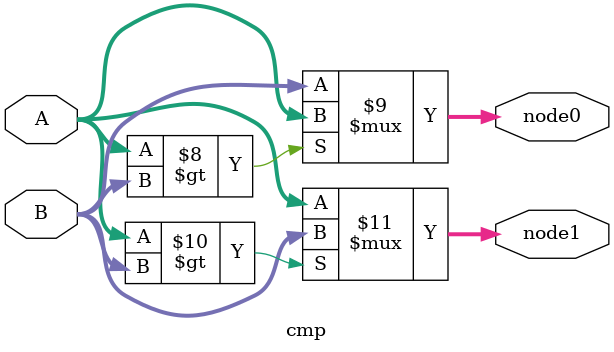
<source format=v>
module ESCAPE(
    //Input Port
    clk,
    rst_n,
    in_valid1,
    in_valid2,
    in,
    in_data,
    //Output Port
    out_valid1,
    out_valid2,
    out,
    out_data
);

//==================INPUT OUTPUT==================//
input clk, rst_n, in_valid1, in_valid2;
input [1:0] in;
input [8:0] in_data;    
output reg	out_valid1, out_valid2;
output reg [2:0] out;
output reg [8:0] out_data;
//==================PARAMETER==================//    
parameter IDLE    = 3'd0;
parameter INPUT = 3'd1;
parameter WALKING = 3'd2;
parameter WAITING = 3'd3;
parameter WALKING2 = 3'd4;
parameter OUTPUT = 3'd5;


parameter WALL = 0;
parameter PATH = 1;
parameter TRAP = 2;
parameter HOSTAGE = 3;
parameter VISITED_NORMAL = 4;
parameter VISITED_TRAP = 5;


parameter HEIGHT = 17;
parameter WIDTH = 17;


parameter RIGHT = 0;
parameter DOWN = 1;
parameter LEFT = 2;
parameter UP = 3;
parameter STALL = 4;
parameter BACKWARD = 5;
parameter STACK_SIZE=289;
integer i,j;
//==================Register==================//
reg [3:0]next_state, current_state;
reg [2:0]map[16:0][16:0];
reg [4:0]map_input_idx1;
reg [4:0]map_input_idx2;
reg signed[5:0]pos_x,pos_y;
reg [2:0]stack_1[0:STACK_SIZE-1];  //top of stack always valid unless no data
reg [7:0]stack_1_top_idx;
reg [2:0]max_host;
reg [2:0]host_count;
reg [2:0]password_idx;
reg signed[8:0]password[3:0];
reg cleaned;
reg [2:0]count;
reg saved;
reg [2:0]out_tmp_idx;

wire [2:0]current_up,current_down,current_left,current_right;
wire left_ok,up_ok,right_ok,down_ok;
wire [2:0]next_direction; 
wire [2:0]stack_top_value;
wire signed[1:0]next_x_displace,next_y_displace;
wire [1:0]next_direction_inverse;
wire no_new_road;
wire traped;
wire [2:0]current_pos_type;
wire next_is_host;
wire [4:0]next_pos_x,next_pos_y;
wire next_is_end;
wire [8:0]out_tmp[3:0];
wire find_all_hostage;
wire at_end;

//============================================//    
//==================Design==================//


// ===============================================================
// Finite State Machine
// ===============================================================

// Current State
always @(posedge clk or negedge rst_n) 
begin
    if (!rst_n) current_state <= IDLE;
    else        current_state <= next_state;
end

// Next State
always @(*) 
begin
    if (!rst_n) next_state = IDLE;
    else begin
        case (current_state)
            IDLE: 
                if (in_valid1) next_state = INPUT;
                else next_state = current_state;
			INPUT:
				if (!in_valid1) next_state = WALKING;
                else next_state = current_state;
			WALKING:
				if (next_is_host && !traped) next_state = WAITING;
				else if(find_all_hostage && next_is_end)next_state = OUTPUT;
                else next_state = current_state;
			WAITING:
				if (in_valid2) next_state = WALKING;
                else next_state = current_state;
			OUTPUT:
				if (count==3&&(out_tmp_idx==max_host-1||max_host==0)) next_state = IDLE;
                else next_state = current_state;
			default: next_state = current_state;
        endcase
    end
end


////////////////////////////////////////////////
//design////////////////////////////////////////


///////////////////////////////////////////////
////start input

assign at_end = (pos_x==16&&pos_y==16);
assign current_up=(pos_y==0?WALL:map[pos_y-1][pos_x]);
assign current_down=(pos_y==HEIGHT-1?WALL:map[pos_y+1][pos_x]);
assign current_left=(pos_x==0?WALL:map[pos_y][pos_x-1]);
assign current_right=(pos_x==WIDTH-1?WALL:map[pos_y][pos_x+1]);


assign left_ok = (current_left==PATH ||current_left==TRAP ||current_left==HOSTAGE);
assign up_ok   = (current_up==PATH||current_up==TRAP||current_up==HOSTAGE);
assign right_ok= (current_right==PATH||current_right==TRAP||current_right==HOSTAGE);
assign down_ok = (current_down==PATH||current_down==TRAP||current_down==HOSTAGE);

assign stack_top_value = stack_1[stack_1_top_idx-1];
assign next_direction = (find_all_hostage?
	(right_ok ? RIGHT : down_ok ? DOWN : left_ok ? LEFT : up_ok ? UP : stack_top_value):
	(left_ok ? LEFT : up_ok ? UP : right_ok ? RIGHT : down_ok ? DOWN : stack_top_value));

assign next_x_displace =  (next_direction==LEFT ?-1:next_direction==RIGHT ? 1:0);
assign next_y_displace =  (next_direction==UP   ?-1:next_direction==DOWN  ? 1:0);

assign next_pos_x = next_x_displace + pos_x;
assign next_pos_y = next_y_displace + pos_y;

assign no_new_road = (!(left_ok||right_ok||up_ok||down_ok));

assign next_direction_inverse = (next_direction==LEFT?RIGHT:next_direction==RIGHT?
				LEFT:next_direction==UP?DOWN:next_direction==DOWN?UP:3'bx);
assign current_pos_type = map[pos_y][pos_x];
assign next_is_host = map[next_pos_y][next_pos_x] == HOSTAGE;
assign traped = (current_pos_type == TRAP || current_pos_type == VISITED_TRAP)&&!saved;
assign find_all_hostage = max_host == host_count;
assign next_is_end = (pos_x == 16 && pos_y == 16);

wire test_t;
assign test_t =(current_pos_type == TRAP || current_pos_type == VISITED_TRAP);


always @(posedge clk or negedge rst_n)
begin
	if(!rst_n)begin
		host_count<=0;
	end 
	else begin
		if(current_state==IDLE)begin
			host_count<=0;
		end
		else
		begin
			if(next_is_host && (!traped))
				host_count<=host_count+1;	
		end
	end
end	

always @(posedge clk or negedge rst_n)
begin
	if(!rst_n)begin
		map_input_idx1 <=0;
		map_input_idx2 <=0;
		for(i=0;i<17;i=i+1)begin
			for(j=0;j<17;j=j+1)begin
				map[i][j]<=0;
			end
		end
		max_host<=0;
		cleaned<=0;
	end
	else
	begin		
		if(in_valid1)
		begin
			if(map_input_idx1==16)begin
				map_input_idx1<=0;
				map_input_idx2<=map_input_idx2+1;
			end
			else begin
				map_input_idx1<=map_input_idx1+1;
			end
			map[map_input_idx2][map_input_idx1] <= in;
			if(in==HOSTAGE)max_host<=max_host+1;
		end
		else if(current_state==WALKING)begin
			if(find_all_hostage && !cleaned)begin
				cleaned<=1;
				for(i=0;i<17;i=i+1)
					for(j=0;j<17;j=j+1)
						if(map[i][j]==VISITED_TRAP)map[i][j]<=TRAP;
						else if(map[i][j]==VISITED_NORMAL||map[i][j]==HOSTAGE)map[i][j]<=PATH;
			end
			else begin
				if(current_pos_type==TRAP ||current_pos_type==VISITED_TRAP)
					map[pos_y][pos_x]<=VISITED_TRAP;
				else
					map[pos_y][pos_x]<=VISITED_NORMAL;
			end
		end
		else if(current_state==IDLE)begin
			map_input_idx1<=0;
			map_input_idx2<=0;
			max_host<=0;
			cleaned<=0;
		end
	end
end

//////////////////////////////////////////////////////////////
//output with map[17][17]
//start rescue
always @(posedge clk or negedge rst_n)
begin
	if(!rst_n)begin
		pos_x<=0;
		pos_y<=0;
		saved<=0;
	end
	else
	begin	
		
		if(traped)saved<=1;
		if(current_state==WALKING && (!traped||saved) &&!(at_end&&find_all_hostage))begin
			saved<=0;
			pos_x<=next_pos_x;
			pos_y<=next_pos_y;
		end
		if(current_state==IDLE)begin
			pos_x<=0;
			pos_y<=0;
		end
	end
end



always @(posedge clk or negedge rst_n)
begin
	if(!rst_n)begin
		stack_1_top_idx<=0;
		for(i=0;i<STACK_SIZE;i=i+1)
			stack_1[i]<=0;
	end
	else
	begin	
		//print;
		if(current_state==IDLE)begin
			stack_1_top_idx<=0;
		end
		else if(current_state== WALKING &&!traped)begin
			if(no_new_road)begin
				stack_1_top_idx<=stack_1_top_idx-1;
			end
			else begin
				stack_1_top_idx<=stack_1_top_idx+1;
				stack_1[stack_1_top_idx]<=next_direction_inverse;			
			end	
		end
	end
end

always @(posedge clk or negedge rst_n)
begin
	if(!rst_n)begin
		out<=0;
		out_valid2<=0;
	end
	else
	begin
		if(current_state==WALKING && !(find_all_hostage&&at_end))begin
			out_valid2<=1;
			if(traped)
				out<=STALL;
			else 
				out<=next_direction;
		end
		else begin 
			out<=0;
			out_valid2<=0;
		end
	end
end


always @(posedge clk or negedge rst_n)begin
	if(!rst_n)begin
		out_data<=0;
		out_tmp_idx<=0;
		out_valid1<=0;
		count<=0;
	end
	else
	begin
		if(current_state==OUTPUT && count==3)begin
			out_valid1<=1;
			out_data<=out_tmp[out_tmp_idx];
			out_tmp_idx<=out_tmp_idx+1;
			
		end
		else if(current_state==OUTPUT && count<3)begin
			count<=count+1;
		end
		else if(current_state==IDLE)begin
			out_tmp_idx<=0;
			out_valid1<=0;
			out_data<=0;
			count<=0;
		end
	end
end
always @(posedge clk or negedge rst_n)
begin
	if(!rst_n)begin
		password_idx<=0;
		for(i=0;i<4;i=i+1)
			password[i]<=-256;
	end
	else
	begin
		if(in_valid2)begin
			password_idx<=password_idx+1;
			password[password_idx]<=in_data;
		end
		else if(current_state==IDLE)begin
			password_idx<=0;
			for(i=0;i<4;i=i+1)
				password[i]<=-256;
		end
	end
end

CC CC1(clk,rst_n,password[0],password[1],password[2],password[3],max_host,out_tmp[0],out_tmp[1],out_tmp[2],out_tmp[3]);

/*
task print;begin
	$display("/////////////////////////////////////////////////////");
	$display("DESIGN:");
	for(i=0;i<stack_1_top_idx;i=i+1)
		$write(stack_1[i]);
	$display("");
	for(i=0;i<17;i=i+1)begin
		for(j=0;j<17;j=j+1)begin
			if(i==pos_y && j==pos_x)$write(" *");
			else begin 
				$write(" ");
				$write(map[i][j]);
			end
		end
		$display("");
	end
	$display("\n\n");

end endtask
*/


//==========================================//  

endmodule




module CC(
clk,
rst_n,
	in_n0,
	in_n1, 
	in_n2, 
	in_n3, 
	opt,
	out_0,
	out_1,
	out_2,
	out_3
);
input wire clk;
input wire rst_n;
input wire signed [8:0]in_n0;
input wire signed [8:0]in_n1;
input wire signed [8:0]in_n2;
input wire signed [8:0]in_n3;
input wire [2:0] opt;
output reg signed[8:0] out_0,out_1,out_2,out_3;
//==================================================================
// reg & wire
//==================================================================
wire signed[8:0]node00,node01,node02,node03,node11,node12;
wire signed[8:0]knode00,knode01,knode02,knode03,knode11,knode12;
	
wire signed[8:0]sorted0,sorted1,sorted2,sorted3;	

reg signed[8:0] k[3:0];
wire signed[8:0] k_sort[3:0];

//==================================================================
// sorting in increasing order sorted0~sorted5
//==================================================================
cmp cmp0 (.A(in_n0 ),.B(in_n1 ),.node0(node00 ),.node1(node01) ); //sort n0,n1
cmp cmp1 (.A(in_n2 ),.B(in_n3 ),.node0(node02 ),.node1(node03) ); //sort n2,n3
cmp cmp3 (.A(node00),.B(node02),.node0(sorted0 ),.node1(node12) ); //sort n0,n2
cmp cmp7 (.A(node01),.B(node03),.node0(node11 ),.node1(sorted3) ); //sort n1,n2
cmp cmp11(.A(node11),.B(node12),.node0(sorted1),.node1(sorted2)); //sort n2,n3

//output sort0~sort3
cmp kcmp0 (.A(k[0] ),.B(k[1] ),.node0(knode00 ),.node1(knode01) ); //sort n0,n1
cmp kcmp1 (.A(k[2] ),.B(k[3] ),.node0(knode02 ),.node1(knode03) ); //sort n2,n3
cmp kcmp3 (.A(knode00),.B(knode02),.node0(k_sort[0] ),.node1(knode12) ); //sort n0,n2
cmp kcmp7 (.A(knode01),.B(knode03),.node0(knode11 ), .node1(k_sort[3]) ); //sort n1,n2
cmp kcmp11(.A(knode11),.B(knode12),.node0(k_sort[1]), .node1(k_sort[2])); //sort n2,n3

//output n0~n5
//==================================================================
// shifting and moving avg
//==================================================================


wire signed[8:0]mean = (k_sort[0]+k_sort[opt-1])/2;

wire signed[8:0]m0,m1,m2,m3;
assign m0=k[0]-mean;
assign m1=k[1]-mean;
assign m2=k[2]-mean;
assign m3=k[3]-mean;

wire signed[8:0]c0,c1,c2,c3;
assign c0=m0;
assign c1=(m0*2+m1)/3;
assign c2=(c1*2+m2)/3;
assign c3=(c2*2+m3)/3;
/*
wire signed[10:0]tmp_1 = m0*2+m1;
div_3 div_3_1(.in(tmp_1),.out(c1));

wire signed[10:0]tmp_2 = c1*2+m2;
div_3 div_3_2(.in(tmp_2),.out(c2));

wire signed[6:0]tmp_3 = c2*2+m3;
div_3 div_3_3(.in(tmp_3),.out(c3));
*/

always @*begin
	out_0='b0;out_1='b0;out_2='b0;out_3='b0;
	case(opt)
		0:out_0 = 0;
		1:out_0 = in_n0;
		2:begin out_0 = m0;out_1 = m1;end
		3:begin out_0 = c0;out_1 = c1;out_2 = c2;end
		4:begin out_0 = c0;out_1 = c1;out_2 = c2;out_3 = c3;end
	endcase
end
reg signed[8:0]tmp_k[3:0];
always@(posedge clk or negedge rst_n)begin
	if(!rst_n)begin
		tmp_k[0]<=0;
		tmp_k[1]<=0;
		tmp_k[2]<=0;
		tmp_k[3]<=0;
	end
	else begin
		tmp_k[0]<=(opt[0]?sorted0:((sorted0[8]?-1:1)*((sorted0[7:4]-3)*10+sorted0[3:0]-3)));
		tmp_k[1]<=(opt[0]?sorted1:((sorted1[8]?-1:1)*((sorted1[7:4]-3)*10+sorted1[3:0]-3)));
		tmp_k[2]<=(opt[0]?sorted2:((sorted2[8]?-1:1)*((sorted2[7:4]-3)*10+sorted2[3:0]-3)));
		tmp_k[3]<=(opt[0]?sorted3:((sorted3[8]?-1:1)*((sorted3[7:4]-3)*10+sorted3[3:0]-3)));
	
	end
end

always@(posedge clk or negedge rst_n)begin
	if(!rst_n)begin
		k[0]<=0;
		k[1]<=0;
		k[2]<=0;
		k[3]<=0;
	end
	else begin
		if(opt==3)begin
			k[0]<=tmp_k[0];
			k[1]<=tmp_k[1];
			k[2]<=tmp_k[2];
			k[3]<=-256;
		end else if(opt==2)begin
			k[0]<=tmp_k[0];
			k[1]<=tmp_k[1];
			k[2]<=-256;
			k[3]<=-256;
		end
		else begin
			k[0]<=tmp_k[0];
			k[1]<=tmp_k[1];
			k[2]<=tmp_k[2];
			k[3]<=tmp_k[3];
		end
	end
end
endmodule




module cmp(
	A,
	B,
	node0,
	node1
);
	input signed[8:0]A;
	input signed[8:0]B;
	output wire signed [8:0] node0;
	output wire signed [8:0] node1;

	
	assign node0 = (A>B ? A : B);
	assign node1 = (A>B ? B : A);
	

endmodule
</source>
